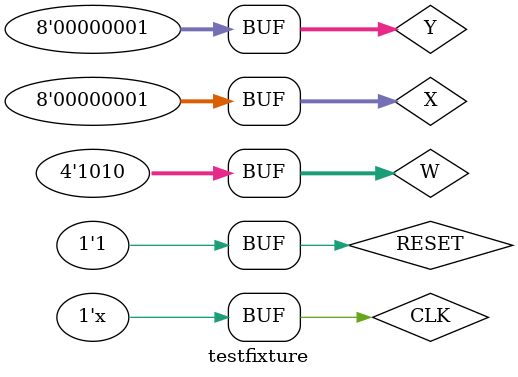
<source format=v>
`timescale 10us/1ps
module testfixture();
  
reg CLK, RESET;
reg [7:0] X, Y;
reg [3:0] W;
reg [2:0] counter;
wire [7:0] Xc, Yc;
wire READY;

gcc test(.CLK(CLK), .RESET(RESET), .X(X), .Y(Y), .W(W), .READY(READY), .Xc(Xc), .Yc(Yc));
initial begin 
  CLK = 0;
  RESET <= 0;
  X <= 0;
  Y <= 0;
  W <= 0;
  //counter = 0;
  
  #1 RESET <=1;
  #10 begin
  X <= 8'h03;
  Y <= 8'h04;
  W <= 1;
  end
  
  #10 begin
  X <= 8'h06;
  Y <= 8'h08;
  W <= 2;
  end

  #10 begin  
  X <= 8'h02;
  Y <= 8'h02;
  W <= 8'h01;
  end
  
  #10 begin 
  X <= 8'h02;
  Y <= 8'h01;
  W <= 8'h04;
  end
  
  #10 begin 
  X <= 8'h02;
  Y <= 8'h01;
  W <= 8'h02;
  end
  
  #10 begin 
  X <= 8'h02;
  Y <= 8'h01;
  W <= 8'h0A;
  end
  
  #10 begin 
  X <= 8'h01;
  Y <= 8'h01;
  W <= 8'h0A;
  end
  

end
  
  
    


always #1 CLK = ~CLK;

endmodule
</source>
